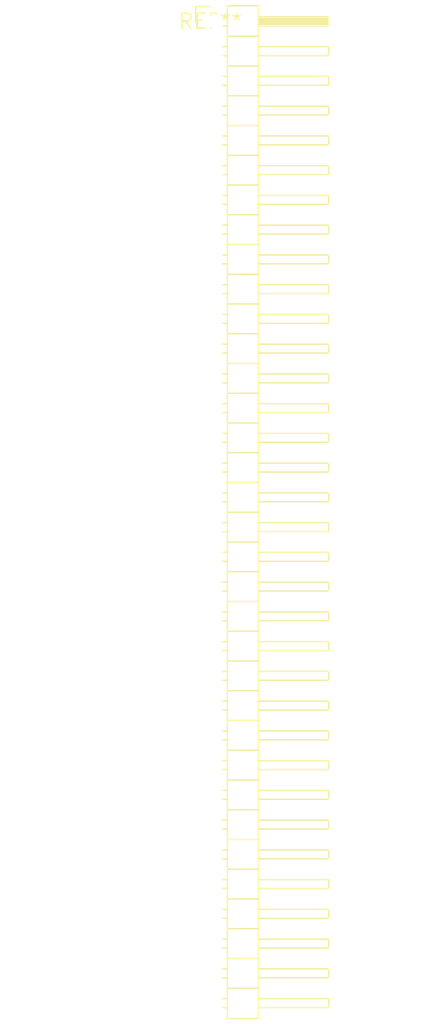
<source format=kicad_pcb>
(kicad_pcb (version 20240108) (generator pcbnew)
  (layers (0 "F.Cu" signal) (31 "B.Cu" signal) (34 "B.Paste" user) (35 "F.Paste" user) (36 "B.SilkS" user "B.Silkscreen") (37 "F.SilkS" user "F.Silkscreen") (38 "B.Mask" user) (39 "F.Mask" user) (44 "Edge.Cuts" user))
  (net 0 "")
  (footprint "PinHeader_1x34_P2.54mm_Horizontal" (layer "F.Cu") (at 0 0)
    (property "Reference" "REF**")
    (property "Value" "PinHeader_1x34_P2.54mm_Horizontal")
    (fp_line (start -1.27 -1.27) (end 0 -1.27) (layer "F.SilkS") (stroke (width 0.12)))
    (fp_line (start -1.27 0) (end -1.27 -1.27) (layer "F.SilkS") (stroke (width 0.12)))
    (fp_line (start 1.042929 2.16) (end 1.44 2.16) (layer "F.SilkS") (stroke (width 0.12)))
    (fp_line (start 1.042929 2.92) (end 1.44 2.92) (layer "F.SilkS") (stroke (width 0.12)))
    (fp_line (start 1.042929 4.7) (end 1.44 4.7) (layer "F.SilkS") (stroke (width 0.12)))
    (fp_line (start 1.042929 5.46) (end 1.44 5.46) (layer "F.SilkS") (stroke (width 0.12)))
    (fp_line (start 1.042929 7.24) (end 1.44 7.24) (layer "F.SilkS") (stroke (width 0.12)))
    (fp_line (start 1.042929 8) (end 1.44 8) (layer "F.SilkS") (stroke (width 0.12)))
    (fp_line (start 1.042929 9.78) (end 1.44 9.78) (layer "F.SilkS") (stroke (width 0.12)))
    (fp_line (start 1.042929 10.54) (end 1.44 10.54) (layer "F.SilkS") (stroke (width 0.12)))
    (fp_line (start 1.042929 12.32) (end 1.44 12.32) (layer "F.SilkS") (stroke (width 0.12)))
    (fp_line (start 1.042929 13.08) (end 1.44 13.08) (layer "F.SilkS") (stroke (width 0.12)))
    (fp_line (start 1.042929 14.86) (end 1.44 14.86) (layer "F.SilkS") (stroke (width 0.12)))
    (fp_line (start 1.042929 15.62) (end 1.44 15.62) (layer "F.SilkS") (stroke (width 0.12)))
    (fp_line (start 1.042929 17.4) (end 1.44 17.4) (layer "F.SilkS") (stroke (width 0.12)))
    (fp_line (start 1.042929 18.16) (end 1.44 18.16) (layer "F.SilkS") (stroke (width 0.12)))
    (fp_line (start 1.042929 19.94) (end 1.44 19.94) (layer "F.SilkS") (stroke (width 0.12)))
    (fp_line (start 1.042929 20.7) (end 1.44 20.7) (layer "F.SilkS") (stroke (width 0.12)))
    (fp_line (start 1.042929 22.48) (end 1.44 22.48) (layer "F.SilkS") (stroke (width 0.12)))
    (fp_line (start 1.042929 23.24) (end 1.44 23.24) (layer "F.SilkS") (stroke (width 0.12)))
    (fp_line (start 1.042929 25.02) (end 1.44 25.02) (layer "F.SilkS") (stroke (width 0.12)))
    (fp_line (start 1.042929 25.78) (end 1.44 25.78) (layer "F.SilkS") (stroke (width 0.12)))
    (fp_line (start 1.042929 27.56) (end 1.44 27.56) (layer "F.SilkS") (stroke (width 0.12)))
    (fp_line (start 1.042929 28.32) (end 1.44 28.32) (layer "F.SilkS") (stroke (width 0.12)))
    (fp_line (start 1.042929 30.1) (end 1.44 30.1) (layer "F.SilkS") (stroke (width 0.12)))
    (fp_line (start 1.042929 30.86) (end 1.44 30.86) (layer "F.SilkS") (stroke (width 0.12)))
    (fp_line (start 1.042929 32.64) (end 1.44 32.64) (layer "F.SilkS") (stroke (width 0.12)))
    (fp_line (start 1.042929 33.4) (end 1.44 33.4) (layer "F.SilkS") (stroke (width 0.12)))
    (fp_line (start 1.042929 35.18) (end 1.44 35.18) (layer "F.SilkS") (stroke (width 0.12)))
    (fp_line (start 1.042929 35.94) (end 1.44 35.94) (layer "F.SilkS") (stroke (width 0.12)))
    (fp_line (start 1.042929 37.72) (end 1.44 37.72) (layer "F.SilkS") (stroke (width 0.12)))
    (fp_line (start 1.042929 38.48) (end 1.44 38.48) (layer "F.SilkS") (stroke (width 0.12)))
    (fp_line (start 1.042929 40.26) (end 1.44 40.26) (layer "F.SilkS") (stroke (width 0.12)))
    (fp_line (start 1.042929 41.02) (end 1.44 41.02) (layer "F.SilkS") (stroke (width 0.12)))
    (fp_line (start 1.042929 42.8) (end 1.44 42.8) (layer "F.SilkS") (stroke (width 0.12)))
    (fp_line (start 1.042929 43.56) (end 1.44 43.56) (layer "F.SilkS") (stroke (width 0.12)))
    (fp_line (start 1.042929 45.34) (end 1.44 45.34) (layer "F.SilkS") (stroke (width 0.12)))
    (fp_line (start 1.042929 46.1) (end 1.44 46.1) (layer "F.SilkS") (stroke (width 0.12)))
    (fp_line (start 1.042929 47.88) (end 1.44 47.88) (layer "F.SilkS") (stroke (width 0.12)))
    (fp_line (start 1.042929 48.64) (end 1.44 48.64) (layer "F.SilkS") (stroke (width 0.12)))
    (fp_line (start 1.042929 50.42) (end 1.44 50.42) (layer "F.SilkS") (stroke (width 0.12)))
    (fp_line (start 1.042929 51.18) (end 1.44 51.18) (layer "F.SilkS") (stroke (width 0.12)))
    (fp_line (start 1.042929 52.96) (end 1.44 52.96) (layer "F.SilkS") (stroke (width 0.12)))
    (fp_line (start 1.042929 53.72) (end 1.44 53.72) (layer "F.SilkS") (stroke (width 0.12)))
    (fp_line (start 1.042929 55.5) (end 1.44 55.5) (layer "F.SilkS") (stroke (width 0.12)))
    (fp_line (start 1.042929 56.26) (end 1.44 56.26) (layer "F.SilkS") (stroke (width 0.12)))
    (fp_line (start 1.042929 58.04) (end 1.44 58.04) (layer "F.SilkS") (stroke (width 0.12)))
    (fp_line (start 1.042929 58.8) (end 1.44 58.8) (layer "F.SilkS") (stroke (width 0.12)))
    (fp_line (start 1.042929 60.58) (end 1.44 60.58) (layer "F.SilkS") (stroke (width 0.12)))
    (fp_line (start 1.042929 61.34) (end 1.44 61.34) (layer "F.SilkS") (stroke (width 0.12)))
    (fp_line (start 1.042929 63.12) (end 1.44 63.12) (layer "F.SilkS") (stroke (width 0.12)))
    (fp_line (start 1.042929 63.88) (end 1.44 63.88) (layer "F.SilkS") (stroke (width 0.12)))
    (fp_line (start 1.042929 65.66) (end 1.44 65.66) (layer "F.SilkS") (stroke (width 0.12)))
    (fp_line (start 1.042929 66.42) (end 1.44 66.42) (layer "F.SilkS") (stroke (width 0.12)))
    (fp_line (start 1.042929 68.2) (end 1.44 68.2) (layer "F.SilkS") (stroke (width 0.12)))
    (fp_line (start 1.042929 68.96) (end 1.44 68.96) (layer "F.SilkS") (stroke (width 0.12)))
    (fp_line (start 1.042929 70.74) (end 1.44 70.74) (layer "F.SilkS") (stroke (width 0.12)))
    (fp_line (start 1.042929 71.5) (end 1.44 71.5) (layer "F.SilkS") (stroke (width 0.12)))
    (fp_line (start 1.042929 73.28) (end 1.44 73.28) (layer "F.SilkS") (stroke (width 0.12)))
    (fp_line (start 1.042929 74.04) (end 1.44 74.04) (layer "F.SilkS") (stroke (width 0.12)))
    (fp_line (start 1.042929 75.82) (end 1.44 75.82) (layer "F.SilkS") (stroke (width 0.12)))
    (fp_line (start 1.042929 76.58) (end 1.44 76.58) (layer "F.SilkS") (stroke (width 0.12)))
    (fp_line (start 1.042929 78.36) (end 1.44 78.36) (layer "F.SilkS") (stroke (width 0.12)))
    (fp_line (start 1.042929 79.12) (end 1.44 79.12) (layer "F.SilkS") (stroke (width 0.12)))
    (fp_line (start 1.042929 80.9) (end 1.44 80.9) (layer "F.SilkS") (stroke (width 0.12)))
    (fp_line (start 1.042929 81.66) (end 1.44 81.66) (layer "F.SilkS") (stroke (width 0.12)))
    (fp_line (start 1.042929 83.44) (end 1.44 83.44) (layer "F.SilkS") (stroke (width 0.12)))
    (fp_line (start 1.042929 84.2) (end 1.44 84.2) (layer "F.SilkS") (stroke (width 0.12)))
    (fp_line (start 1.11 -0.38) (end 1.44 -0.38) (layer "F.SilkS") (stroke (width 0.12)))
    (fp_line (start 1.11 0.38) (end 1.44 0.38) (layer "F.SilkS") (stroke (width 0.12)))
    (fp_line (start 1.44 -1.33) (end 1.44 85.15) (layer "F.SilkS") (stroke (width 0.12)))
    (fp_line (start 1.44 1.27) (end 4.1 1.27) (layer "F.SilkS") (stroke (width 0.12)))
    (fp_line (start 1.44 3.81) (end 4.1 3.81) (layer "F.SilkS") (stroke (width 0.12)))
    (fp_line (start 1.44 6.35) (end 4.1 6.35) (layer "F.SilkS") (stroke (width 0.12)))
    (fp_line (start 1.44 8.89) (end 4.1 8.89) (layer "F.SilkS") (stroke (width 0.12)))
    (fp_line (start 1.44 11.43) (end 4.1 11.43) (layer "F.SilkS") (stroke (width 0.12)))
    (fp_line (start 1.44 13.97) (end 4.1 13.97) (layer "F.SilkS") (stroke (width 0.12)))
    (fp_line (start 1.44 16.51) (end 4.1 16.51) (layer "F.SilkS") (stroke (width 0.12)))
    (fp_line (start 1.44 19.05) (end 4.1 19.05) (layer "F.SilkS") (stroke (width 0.12)))
    (fp_line (start 1.44 21.59) (end 4.1 21.59) (layer "F.SilkS") (stroke (width 0.12)))
    (fp_line (start 1.44 24.13) (end 4.1 24.13) (layer "F.SilkS") (stroke (width 0.12)))
    (fp_line (start 1.44 26.67) (end 4.1 26.67) (layer "F.SilkS") (stroke (width 0.12)))
    (fp_line (start 1.44 29.21) (end 4.1 29.21) (layer "F.SilkS") (stroke (width 0.12)))
    (fp_line (start 1.44 31.75) (end 4.1 31.75) (layer "F.SilkS") (stroke (width 0.12)))
    (fp_line (start 1.44 34.29) (end 4.1 34.29) (layer "F.SilkS") (stroke (width 0.12)))
    (fp_line (start 1.44 36.83) (end 4.1 36.83) (layer "F.SilkS") (stroke (width 0.12)))
    (fp_line (start 1.44 39.37) (end 4.1 39.37) (layer "F.SilkS") (stroke (width 0.12)))
    (fp_line (start 1.44 41.91) (end 4.1 41.91) (layer "F.SilkS") (stroke (width 0.12)))
    (fp_line (start 1.44 44.45) (end 4.1 44.45) (layer "F.SilkS") (stroke (width 0.12)))
    (fp_line (start 1.44 46.99) (end 4.1 46.99) (layer "F.SilkS") (stroke (width 0.12)))
    (fp_line (start 1.44 49.53) (end 4.1 49.53) (layer "F.SilkS") (stroke (width 0.12)))
    (fp_line (start 1.44 52.07) (end 4.1 52.07) (layer "F.SilkS") (stroke (width 0.12)))
    (fp_line (start 1.44 54.61) (end 4.1 54.61) (layer "F.SilkS") (stroke (width 0.12)))
    (fp_line (start 1.44 57.15) (end 4.1 57.15) (layer "F.SilkS") (stroke (width 0.12)))
    (fp_line (start 1.44 59.69) (end 4.1 59.69) (layer "F.SilkS") (stroke (width 0.12)))
    (fp_line (start 1.44 62.23) (end 4.1 62.23) (layer "F.SilkS") (stroke (width 0.12)))
    (fp_line (start 1.44 64.77) (end 4.1 64.77) (layer "F.SilkS") (stroke (width 0.12)))
    (fp_line (start 1.44 67.31) (end 4.1 67.31) (layer "F.SilkS") (stroke (width 0.12)))
    (fp_line (start 1.44 69.85) (end 4.1 69.85) (layer "F.SilkS") (stroke (width 0.12)))
    (fp_line (start 1.44 72.39) (end 4.1 72.39) (layer "F.SilkS") (stroke (width 0.12)))
    (fp_line (start 1.44 74.93) (end 4.1 74.93) (layer "F.SilkS") (stroke (width 0.12)))
    (fp_line (start 1.44 77.47) (end 4.1 77.47) (layer "F.SilkS") (stroke (width 0.12)))
    (fp_line (start 1.44 80.01) (end 4.1 80.01) (layer "F.SilkS") (stroke (width 0.12)))
    (fp_line (start 1.44 82.55) (end 4.1 82.55) (layer "F.SilkS") (stroke (width 0.12)))
    (fp_line (start 1.44 85.15) (end 4.1 85.15) (layer "F.SilkS") (stroke (width 0.12)))
    (fp_line (start 4.1 -1.33) (end 1.44 -1.33) (layer "F.SilkS") (stroke (width 0.12)))
    (fp_line (start 4.1 -0.38) (end 10.1 -0.38) (layer "F.SilkS") (stroke (width 0.12)))
    (fp_line (start 4.1 -0.32) (end 10.1 -0.32) (layer "F.SilkS") (stroke (width 0.12)))
    (fp_line (start 4.1 -0.2) (end 10.1 -0.2) (layer "F.SilkS") (stroke (width 0.12)))
    (fp_line (start 4.1 -0.08) (end 10.1 -0.08) (layer "F.SilkS") (stroke (width 0.12)))
    (fp_line (start 4.1 0.04) (end 10.1 0.04) (layer "F.SilkS") (stroke (width 0.12)))
    (fp_line (start 4.1 0.16) (end 10.1 0.16) (layer "F.SilkS") (stroke (width 0.12)))
    (fp_line (start 4.1 0.28) (end 10.1 0.28) (layer "F.SilkS") (stroke (width 0.12)))
    (fp_line (start 4.1 2.16) (end 10.1 2.16) (layer "F.SilkS") (stroke (width 0.12)))
    (fp_line (start 4.1 4.7) (end 10.1 4.7) (layer "F.SilkS") (stroke (width 0.12)))
    (fp_line (start 4.1 7.24) (end 10.1 7.24) (layer "F.SilkS") (stroke (width 0.12)))
    (fp_line (start 4.1 9.78) (end 10.1 9.78) (layer "F.SilkS") (stroke (width 0.12)))
    (fp_line (start 4.1 12.32) (end 10.1 12.32) (layer "F.SilkS") (stroke (width 0.12)))
    (fp_line (start 4.1 14.86) (end 10.1 14.86) (layer "F.SilkS") (stroke (width 0.12)))
    (fp_line (start 4.1 17.4) (end 10.1 17.4) (layer "F.SilkS") (stroke (width 0.12)))
    (fp_line (start 4.1 19.94) (end 10.1 19.94) (layer "F.SilkS") (stroke (width 0.12)))
    (fp_line (start 4.1 22.48) (end 10.1 22.48) (layer "F.SilkS") (stroke (width 0.12)))
    (fp_line (start 4.1 25.02) (end 10.1 25.02) (layer "F.SilkS") (stroke (width 0.12)))
    (fp_line (start 4.1 27.56) (end 10.1 27.56) (layer "F.SilkS") (stroke (width 0.12)))
    (fp_line (start 4.1 30.1) (end 10.1 30.1) (layer "F.SilkS") (stroke (width 0.12)))
    (fp_line (start 4.1 32.64) (end 10.1 32.64) (layer "F.SilkS") (stroke (width 0.12)))
    (fp_line (start 4.1 35.18) (end 10.1 35.18) (layer "F.SilkS") (stroke (width 0.12)))
    (fp_line (start 4.1 37.72) (end 10.1 37.72) (layer "F.SilkS") (stroke (width 0.12)))
    (fp_line (start 4.1 40.26) (end 10.1 40.26) (layer "F.SilkS") (stroke (width 0.12)))
    (fp_line (start 4.1 42.8) (end 10.1 42.8) (layer "F.SilkS") (stroke (width 0.12)))
    (fp_line (start 4.1 45.34) (end 10.1 45.34) (layer "F.SilkS") (stroke (width 0.12)))
    (fp_line (start 4.1 47.88) (end 10.1 47.88) (layer "F.SilkS") (stroke (width 0.12)))
    (fp_line (start 4.1 50.42) (end 10.1 50.42) (layer "F.SilkS") (stroke (width 0.12)))
    (fp_line (start 4.1 52.96) (end 10.1 52.96) (layer "F.SilkS") (stroke (width 0.12)))
    (fp_line (start 4.1 55.5) (end 10.1 55.5) (layer "F.SilkS") (stroke (width 0.12)))
    (fp_line (start 4.1 58.04) (end 10.1 58.04) (layer "F.SilkS") (stroke (width 0.12)))
    (fp_line (start 4.1 60.58) (end 10.1 60.58) (layer "F.SilkS") (stroke (width 0.12)))
    (fp_line (start 4.1 63.12) (end 10.1 63.12) (layer "F.SilkS") (stroke (width 0.12)))
    (fp_line (start 4.1 65.66) (end 10.1 65.66) (layer "F.SilkS") (stroke (width 0.12)))
    (fp_line (start 4.1 68.2) (end 10.1 68.2) (layer "F.SilkS") (stroke (width 0.12)))
    (fp_line (start 4.1 70.74) (end 10.1 70.74) (layer "F.SilkS") (stroke (width 0.12)))
    (fp_line (start 4.1 73.28) (end 10.1 73.28) (layer "F.SilkS") (stroke (width 0.12)))
    (fp_line (start 4.1 75.82) (end 10.1 75.82) (layer "F.SilkS") (stroke (width 0.12)))
    (fp_line (start 4.1 78.36) (end 10.1 78.36) (layer "F.SilkS") (stroke (width 0.12)))
    (fp_line (start 4.1 80.9) (end 10.1 80.9) (layer "F.SilkS") (stroke (width 0.12)))
    (fp_line (start 4.1 83.44) (end 10.1 83.44) (layer "F.SilkS") (stroke (width 0.12)))
    (fp_line (start 4.1 85.15) (end 4.1 -1.33) (layer "F.SilkS") (stroke (width 0.12)))
    (fp_line (start 10.1 -0.38) (end 10.1 0.38) (layer "F.SilkS") (stroke (width 0.12)))
    (fp_line (start 10.1 0.38) (end 4.1 0.38) (layer "F.SilkS") (stroke (width 0.12)))
    (fp_line (start 10.1 2.16) (end 10.1 2.92) (layer "F.SilkS") (stroke (width 0.12)))
    (fp_line (start 10.1 2.92) (end 4.1 2.92) (layer "F.SilkS") (stroke (width 0.12)))
    (fp_line (start 10.1 4.7) (end 10.1 5.46) (layer "F.SilkS") (stroke (width 0.12)))
    (fp_line (start 10.1 5.46) (end 4.1 5.46) (layer "F.SilkS") (stroke (width 0.12)))
    (fp_line (start 10.1 7.24) (end 10.1 8) (layer "F.SilkS") (stroke (width 0.12)))
    (fp_line (start 10.1 8) (end 4.1 8) (layer "F.SilkS") (stroke (width 0.12)))
    (fp_line (start 10.1 9.78) (end 10.1 10.54) (layer "F.SilkS") (stroke (width 0.12)))
    (fp_line (start 10.1 10.54) (end 4.1 10.54) (layer "F.SilkS") (stroke (width 0.12)))
    (fp_line (start 10.1 12.32) (end 10.1 13.08) (layer "F.SilkS") (stroke (width 0.12)))
    (fp_line (start 10.1 13.08) (end 4.1 13.08) (layer "F.SilkS") (stroke (width 0.12)))
    (fp_line (start 10.1 14.86) (end 10.1 15.62) (layer "F.SilkS") (stroke (width 0.12)))
    (fp_line (start 10.1 15.62) (end 4.1 15.62) (layer "F.SilkS") (stroke (width 0.12)))
    (fp_line (start 10.1 17.4) (end 10.1 18.16) (layer "F.SilkS") (stroke (width 0.12)))
    (fp_line (start 10.1 18.16) (end 4.1 18.16) (layer "F.SilkS") (stroke (width 0.12)))
    (fp_line (start 10.1 19.94) (end 10.1 20.7) (layer "F.SilkS") (stroke (width 0.12)))
    (fp_line (start 10.1 20.7) (end 4.1 20.7) (layer "F.SilkS") (stroke (width 0.12)))
    (fp_line (start 10.1 22.48) (end 10.1 23.24) (layer "F.SilkS") (stroke (width 0.12)))
    (fp_line (start 10.1 23.24) (end 4.1 23.24) (layer "F.SilkS") (stroke (width 0.12)))
    (fp_line (start 10.1 25.02) (end 10.1 25.78) (layer "F.SilkS") (stroke (width 0.12)))
    (fp_line (start 10.1 25.78) (end 4.1 25.78) (layer "F.SilkS") (stroke (width 0.12)))
    (fp_line (start 10.1 27.56) (end 10.1 28.32) (layer "F.SilkS") (stroke (width 0.12)))
    (fp_line (start 10.1 28.32) (end 4.1 28.32) (layer "F.SilkS") (stroke (width 0.12)))
    (fp_line (start 10.1 30.1) (end 10.1 30.86) (layer "F.SilkS") (stroke (width 0.12)))
    (fp_line (start 10.1 30.86) (end 4.1 30.86) (layer "F.SilkS") (stroke (width 0.12)))
    (fp_line (start 10.1 32.64) (end 10.1 33.4) (layer "F.SilkS") (stroke (width 0.12)))
    (fp_line (start 10.1 33.4) (end 4.1 33.4) (layer "F.SilkS") (stroke (width 0.12)))
    (fp_line (start 10.1 35.18) (end 10.1 35.94) (layer "F.SilkS") (stroke (width 0.12)))
    (fp_line (start 10.1 35.94) (end 4.1 35.94) (layer "F.SilkS") (stroke (width 0.12)))
    (fp_line (start 10.1 37.72) (end 10.1 38.48) (layer "F.SilkS") (stroke (width 0.12)))
    (fp_line (start 10.1 38.48) (end 4.1 38.48) (layer "F.SilkS") (stroke (width 0.12)))
    (fp_line (start 10.1 40.26) (end 10.1 41.02) (layer "F.SilkS") (stroke (width 0.12)))
    (fp_line (start 10.1 41.02) (end 4.1 41.02) (layer "F.SilkS") (stroke (width 0.12)))
    (fp_line (start 10.1 42.8) (end 10.1 43.56) (layer "F.SilkS") (stroke (width 0.12)))
    (fp_line (start 10.1 43.56) (end 4.1 43.56) (layer "F.SilkS") (stroke (width 0.12)))
    (fp_line (start 10.1 45.34) (end 10.1 46.1) (layer "F.SilkS") (stroke (width 0.12)))
    (fp_line (start 10.1 46.1) (end 4.1 46.1) (layer "F.SilkS") (stroke (width 0.12)))
    (fp_line (start 10.1 47.88) (end 10.1 48.64) (layer "F.SilkS") (stroke (width 0.12)))
    (fp_line (start 10.1 48.64) (end 4.1 48.64) (layer "F.SilkS") (stroke (width 0.12)))
    (fp_line (start 10.1 50.42) (end 10.1 51.18) (layer "F.SilkS") (stroke (width 0.12)))
    (fp_line (start 10.1 51.18) (end 4.1 51.18) (layer "F.SilkS") (stroke (width 0.12)))
    (fp_line (start 10.1 52.96) (end 10.1 53.72) (layer "F.SilkS") (stroke (width 0.12)))
    (fp_line (start 10.1 53.72) (end 4.1 53.72) (layer "F.SilkS") (stroke (width 0.12)))
    (fp_line (start 10.1 55.5) (end 10.1 56.26) (layer "F.SilkS") (stroke (width 0.12)))
    (fp_line (start 10.1 56.26) (end 4.1 56.26) (layer "F.SilkS") (stroke (width 0.12)))
    (fp_line (start 10.1 58.04) (end 10.1 58.8) (layer "F.SilkS") (stroke (width 0.12)))
    (fp_line (start 10.1 58.8) (end 4.1 58.8) (layer "F.SilkS") (stroke (width 0.12)))
    (fp_line (start 10.1 60.58) (end 10.1 61.34) (layer "F.SilkS") (stroke (width 0.12)))
    (fp_line (start 10.1 61.34) (end 4.1 61.34) (layer "F.SilkS") (stroke (width 0.12)))
    (fp_line (start 10.1 63.12) (end 10.1 63.88) (layer "F.SilkS") (stroke (width 0.12)))
    (fp_line (start 10.1 63.88) (end 4.1 63.88) (layer "F.SilkS") (stroke (width 0.12)))
    (fp_line (start 10.1 65.66) (end 10.1 66.42) (layer "F.SilkS") (stroke (width 0.12)))
    (fp_line (start 10.1 66.42) (end 4.1 66.42) (layer "F.SilkS") (stroke (width 0.12)))
    (fp_line (start 10.1 68.2) (end 10.1 68.96) (layer "F.SilkS") (stroke (width 0.12)))
    (fp_line (start 10.1 68.96) (end 4.1 68.96) (layer "F.SilkS") (stroke (width 0.12)))
    (fp_line (start 10.1 70.74) (end 10.1 71.5) (layer "F.SilkS") (stroke (width 0.12)))
    (fp_line (start 10.1 71.5) (end 4.1 71.5) (layer "F.SilkS") (stroke (width 0.12)))
    (fp_line (start 10.1 73.28) (end 10.1 74.04) (layer "F.SilkS") (stroke (width 0.12)))
    (fp_line (start 10.1 74.04) (end 4.1 74.04) (layer "F.SilkS") (stroke (width 0.12)))
    (fp_line (start 10.1 75.82) (end 10.1 76.58) (layer "F.SilkS") (stroke (width 0.12)))
    (fp_line (start 10.1 76.58) (end 4.1 76.58) (layer "F.SilkS") (stroke (width 0.12)))
    (fp_line (start 10.1 78.36) (end 10.1 79.12) (layer "F.SilkS") (stroke (width 0.12)))
    (fp_line (start 10.1 79.12) (end 4.1 79.12) (layer "F.SilkS") (stroke (width 0.12)))
    (fp_line (start 10.1 80.9) (end 10.1 81.66) (layer "F.SilkS") (stroke (width 0.12)))
    (fp_line (start 10.1 81.66) (end 4.1 81.66) (layer "F.SilkS") (stroke (width 0.12)))
    (fp_line (start 10.1 83.44) (end 10.1 84.2) (layer "F.SilkS") (stroke (width 0.12)))
    (fp_line (start 10.1 84.2) (end 4.1 84.2) (layer "F.SilkS") (stroke (width 0.12)))
    (pad "1" thru_hole rect (at 0 0) (size 1.7 1.7) (drill 1) (layers *.Cu *.Mask) (remove_unused_layers))
    (pad "2" thru_hole oval (at 0 2.54) (size 1.7 1.7) (drill 1) (layers *.Cu *.Mask) (remove_unused_layers))
    (pad "3" thru_hole oval (at 0 5.08) (size 1.7 1.7) (drill 1) (layers *.Cu *.Mask) (remove_unused_layers))
    (pad "4" thru_hole oval (at 0 7.62) (size 1.7 1.7) (drill 1) (layers *.Cu *.Mask) (remove_unused_layers))
    (pad "5" thru_hole oval (at 0 10.16) (size 1.7 1.7) (drill 1) (layers *.Cu *.Mask) (remove_unused_layers))
    (pad "6" thru_hole oval (at 0 12.7) (size 1.7 1.7) (drill 1) (layers *.Cu *.Mask) (remove_unused_layers))
    (pad "7" thru_hole oval (at 0 15.24) (size 1.7 1.7) (drill 1) (layers *.Cu *.Mask) (remove_unused_layers))
    (pad "8" thru_hole oval (at 0 17.78) (size 1.7 1.7) (drill 1) (layers *.Cu *.Mask) (remove_unused_layers))
    (pad "9" thru_hole oval (at 0 20.32) (size 1.7 1.7) (drill 1) (layers *.Cu *.Mask) (remove_unused_layers))
    (pad "10" thru_hole oval (at 0 22.86) (size 1.7 1.7) (drill 1) (layers *.Cu *.Mask) (remove_unused_layers))
    (pad "11" thru_hole oval (at 0 25.4) (size 1.7 1.7) (drill 1) (layers *.Cu *.Mask) (remove_unused_layers))
    (pad "12" thru_hole oval (at 0 27.94) (size 1.7 1.7) (drill 1) (layers *.Cu *.Mask) (remove_unused_layers))
    (pad "13" thru_hole oval (at 0 30.48) (size 1.7 1.7) (drill 1) (layers *.Cu *.Mask) (remove_unused_layers))
    (pad "14" thru_hole oval (at 0 33.02) (size 1.7 1.7) (drill 1) (layers *.Cu *.Mask) (remove_unused_layers))
    (pad "15" thru_hole oval (at 0 35.56) (size 1.7 1.7) (drill 1) (layers *.Cu *.Mask) (remove_unused_layers))
    (pad "16" thru_hole oval (at 0 38.1) (size 1.7 1.7) (drill 1) (layers *.Cu *.Mask) (remove_unused_layers))
    (pad "17" thru_hole oval (at 0 40.64) (size 1.7 1.7) (drill 1) (layers *.Cu *.Mask) (remove_unused_layers))
    (pad "18" thru_hole oval (at 0 43.18) (size 1.7 1.7) (drill 1) (layers *.Cu *.Mask) (remove_unused_layers))
    (pad "19" thru_hole oval (at 0 45.72) (size 1.7 1.7) (drill 1) (layers *.Cu *.Mask) (remove_unused_layers))
    (pad "20" thru_hole oval (at 0 48.26) (size 1.7 1.7) (drill 1) (layers *.Cu *.Mask) (remove_unused_layers))
    (pad "21" thru_hole oval (at 0 50.8) (size 1.7 1.7) (drill 1) (layers *.Cu *.Mask) (remove_unused_layers))
    (pad "22" thru_hole oval (at 0 53.34) (size 1.7 1.7) (drill 1) (layers *.Cu *.Mask) (remove_unused_layers))
    (pad "23" thru_hole oval (at 0 55.88) (size 1.7 1.7) (drill 1) (layers *.Cu *.Mask) (remove_unused_layers))
    (pad "24" thru_hole oval (at 0 58.42) (size 1.7 1.7) (drill 1) (layers *.Cu *.Mask) (remove_unused_layers))
    (pad "25" thru_hole oval (at 0 60.96) (size 1.7 1.7) (drill 1) (layers *.Cu *.Mask) (remove_unused_layers))
    (pad "26" thru_hole oval (at 0 63.5) (size 1.7 1.7) (drill 1) (layers *.Cu *.Mask) (remove_unused_layers))
    (pad "27" thru_hole oval (at 0 66.04) (size 1.7 1.7) (drill 1) (layers *.Cu *.Mask) (remove_unused_layers))
    (pad "28" thru_hole oval (at 0 68.58) (size 1.7 1.7) (drill 1) (layers *.Cu *.Mask) (remove_unused_layers))
    (pad "29" thru_hole oval (at 0 71.12) (size 1.7 1.7) (drill 1) (layers *.Cu *.Mask) (remove_unused_layers))
    (pad "30" thru_hole oval (at 0 73.66) (size 1.7 1.7) (drill 1) (layers *.Cu *.Mask) (remove_unused_layers))
    (pad "31" thru_hole oval (at 0 76.2) (size 1.7 1.7) (drill 1) (layers *.Cu *.Mask) (remove_unused_layers))
    (pad "32" thru_hole oval (at 0 78.74) (size 1.7 1.7) (drill 1) (layers *.Cu *.Mask) (remove_unused_layers))
    (pad "33" thru_hole oval (at 0 81.28) (size 1.7 1.7) (drill 1) (layers *.Cu *.Mask) (remove_unused_layers))
    (pad "34" thru_hole oval (at 0 83.82) (size 1.7 1.7) (drill 1) (layers *.Cu *.Mask) (remove_unused_layers))
  )
)
</source>
